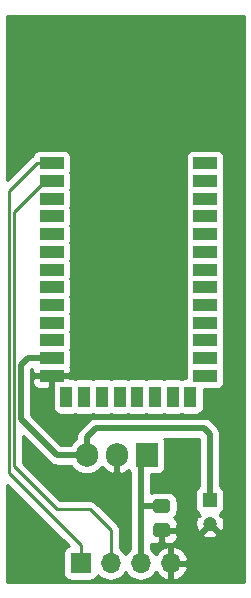
<source format=gbr>
G04 #@! TF.GenerationSoftware,KiCad,Pcbnew,(5.1.0)-1*
G04 #@! TF.CreationDate,2019-04-05T23:42:48+02:00*
G04 #@! TF.ProjectId,BT_module,42545f6d-6f64-4756-9c65-2e6b69636164,rev?*
G04 #@! TF.SameCoordinates,Original*
G04 #@! TF.FileFunction,Copper,L1,Top*
G04 #@! TF.FilePolarity,Positive*
%FSLAX46Y46*%
G04 Gerber Fmt 4.6, Leading zero omitted, Abs format (unit mm)*
G04 Created by KiCad (PCBNEW (5.1.0)-1) date 2019-04-05 23:42:48*
%MOMM*%
%LPD*%
G04 APERTURE LIST*
%ADD10C,0.100000*%
%ADD11C,1.150000*%
%ADD12R,1.200000X1.200000*%
%ADD13C,1.200000*%
%ADD14R,1.700000X1.700000*%
%ADD15O,1.700000X1.700000*%
%ADD16R,1.905000X2.000000*%
%ADD17O,1.905000X2.000000*%
%ADD18R,2.000000X1.000000*%
%ADD19R,1.000000X1.800000*%
%ADD20C,0.500000*%
%ADD21C,0.250000*%
%ADD22C,0.254000*%
G04 APERTURE END LIST*
D10*
G36*
X133570505Y-92372204D02*
G01*
X133594773Y-92375804D01*
X133618572Y-92381765D01*
X133641671Y-92390030D01*
X133663850Y-92400520D01*
X133684893Y-92413132D01*
X133704599Y-92427747D01*
X133722777Y-92444223D01*
X133739253Y-92462401D01*
X133753868Y-92482107D01*
X133766480Y-92503150D01*
X133776970Y-92525329D01*
X133785235Y-92548428D01*
X133791196Y-92572227D01*
X133794796Y-92596495D01*
X133796000Y-92620999D01*
X133796000Y-93271001D01*
X133794796Y-93295505D01*
X133791196Y-93319773D01*
X133785235Y-93343572D01*
X133776970Y-93366671D01*
X133766480Y-93388850D01*
X133753868Y-93409893D01*
X133739253Y-93429599D01*
X133722777Y-93447777D01*
X133704599Y-93464253D01*
X133684893Y-93478868D01*
X133663850Y-93491480D01*
X133641671Y-93501970D01*
X133618572Y-93510235D01*
X133594773Y-93516196D01*
X133570505Y-93519796D01*
X133546001Y-93521000D01*
X132645999Y-93521000D01*
X132621495Y-93519796D01*
X132597227Y-93516196D01*
X132573428Y-93510235D01*
X132550329Y-93501970D01*
X132528150Y-93491480D01*
X132507107Y-93478868D01*
X132487401Y-93464253D01*
X132469223Y-93447777D01*
X132452747Y-93429599D01*
X132438132Y-93409893D01*
X132425520Y-93388850D01*
X132415030Y-93366671D01*
X132406765Y-93343572D01*
X132400804Y-93319773D01*
X132397204Y-93295505D01*
X132396000Y-93271001D01*
X132396000Y-92620999D01*
X132397204Y-92596495D01*
X132400804Y-92572227D01*
X132406765Y-92548428D01*
X132415030Y-92525329D01*
X132425520Y-92503150D01*
X132438132Y-92482107D01*
X132452747Y-92462401D01*
X132469223Y-92444223D01*
X132487401Y-92427747D01*
X132507107Y-92413132D01*
X132528150Y-92400520D01*
X132550329Y-92390030D01*
X132573428Y-92381765D01*
X132597227Y-92375804D01*
X132621495Y-92372204D01*
X132645999Y-92371000D01*
X133546001Y-92371000D01*
X133570505Y-92372204D01*
X133570505Y-92372204D01*
G37*
D11*
X133096000Y-92946000D03*
D10*
G36*
X133570505Y-94422204D02*
G01*
X133594773Y-94425804D01*
X133618572Y-94431765D01*
X133641671Y-94440030D01*
X133663850Y-94450520D01*
X133684893Y-94463132D01*
X133704599Y-94477747D01*
X133722777Y-94494223D01*
X133739253Y-94512401D01*
X133753868Y-94532107D01*
X133766480Y-94553150D01*
X133776970Y-94575329D01*
X133785235Y-94598428D01*
X133791196Y-94622227D01*
X133794796Y-94646495D01*
X133796000Y-94670999D01*
X133796000Y-95321001D01*
X133794796Y-95345505D01*
X133791196Y-95369773D01*
X133785235Y-95393572D01*
X133776970Y-95416671D01*
X133766480Y-95438850D01*
X133753868Y-95459893D01*
X133739253Y-95479599D01*
X133722777Y-95497777D01*
X133704599Y-95514253D01*
X133684893Y-95528868D01*
X133663850Y-95541480D01*
X133641671Y-95551970D01*
X133618572Y-95560235D01*
X133594773Y-95566196D01*
X133570505Y-95569796D01*
X133546001Y-95571000D01*
X132645999Y-95571000D01*
X132621495Y-95569796D01*
X132597227Y-95566196D01*
X132573428Y-95560235D01*
X132550329Y-95551970D01*
X132528150Y-95541480D01*
X132507107Y-95528868D01*
X132487401Y-95514253D01*
X132469223Y-95497777D01*
X132452747Y-95479599D01*
X132438132Y-95459893D01*
X132425520Y-95438850D01*
X132415030Y-95416671D01*
X132406765Y-95393572D01*
X132400804Y-95369773D01*
X132397204Y-95345505D01*
X132396000Y-95321001D01*
X132396000Y-94670999D01*
X132397204Y-94646495D01*
X132400804Y-94622227D01*
X132406765Y-94598428D01*
X132415030Y-94575329D01*
X132425520Y-94553150D01*
X132438132Y-94532107D01*
X132452747Y-94512401D01*
X132469223Y-94494223D01*
X132487401Y-94477747D01*
X132507107Y-94463132D01*
X132528150Y-94450520D01*
X132550329Y-94440030D01*
X132573428Y-94431765D01*
X132597227Y-94425804D01*
X132621495Y-94422204D01*
X132645999Y-94421000D01*
X133546001Y-94421000D01*
X133570505Y-94422204D01*
X133570505Y-94422204D01*
G37*
D11*
X133096000Y-94996000D03*
D12*
X137160000Y-92456000D03*
D13*
X137160000Y-94456000D03*
D14*
X126238000Y-97790000D03*
D15*
X128778000Y-97790000D03*
X131318000Y-97790000D03*
X133858000Y-97790000D03*
D16*
X131826000Y-88646000D03*
D17*
X129286000Y-88646000D03*
X126746000Y-88646000D03*
D18*
X136774001Y-63940001D03*
X136774001Y-65440001D03*
X136774001Y-66940001D03*
X136774001Y-68440001D03*
X136774001Y-69940001D03*
X136774001Y-71440001D03*
X136774001Y-72940001D03*
X136774001Y-74440001D03*
X136774001Y-75940001D03*
X136774001Y-77440001D03*
X136774001Y-78940001D03*
X136774001Y-80440001D03*
X136774001Y-81940001D03*
X123774001Y-81940001D03*
X123774001Y-80440001D03*
X123774001Y-78940001D03*
X123774001Y-77440001D03*
X123774001Y-75940001D03*
X123774001Y-74440001D03*
X123774001Y-72940001D03*
X123774001Y-71440001D03*
X123774001Y-69940001D03*
X123774001Y-68440001D03*
X123774001Y-66940001D03*
X123774001Y-65440001D03*
X123774001Y-63940001D03*
D19*
X135524001Y-83690001D03*
X134024001Y-83690001D03*
X132524001Y-83690001D03*
X131024001Y-83690001D03*
X129524001Y-83690001D03*
X128024001Y-83690001D03*
X126524001Y-83690001D03*
X125024001Y-83690001D03*
D20*
X131318000Y-93980000D02*
X131318000Y-97790000D01*
X131826000Y-88646000D02*
X131318000Y-89154000D01*
X131336000Y-92946000D02*
X131318000Y-92964000D01*
X133096000Y-92946000D02*
X131336000Y-92946000D01*
X131318000Y-89154000D02*
X131318000Y-92964000D01*
X131318000Y-92964000D02*
X131318000Y-93980000D01*
X126746000Y-87122000D02*
X126746000Y-88646000D01*
X127508000Y-86360000D02*
X126746000Y-87122000D01*
X136652000Y-86360000D02*
X127508000Y-86360000D01*
X137160000Y-92456000D02*
X137160000Y-86868000D01*
X137160000Y-86868000D02*
X136652000Y-86360000D01*
X126746000Y-88646000D02*
X124206000Y-88646000D01*
X124206000Y-88646000D02*
X121158000Y-85598000D01*
X121158000Y-85598000D02*
X121158000Y-81026000D01*
X121743999Y-80440001D02*
X123774001Y-80440001D01*
X121158000Y-81026000D02*
X121743999Y-80440001D01*
D21*
X120132980Y-66331022D02*
X120132980Y-90160980D01*
X123774001Y-63940001D02*
X122524001Y-63940001D01*
X122524001Y-63940001D02*
X120132980Y-66331022D01*
X126238000Y-96266000D02*
X126238000Y-97790000D01*
X120132980Y-90160980D02*
X126238000Y-96266000D01*
X120582990Y-68046010D02*
X120582990Y-89594990D01*
X123774001Y-65440001D02*
X123188999Y-65440001D01*
X123188999Y-65440001D02*
X120582990Y-68046010D01*
X120582990Y-89594990D02*
X124206000Y-93218000D01*
X124206000Y-93218000D02*
X127000000Y-93218000D01*
X128778000Y-94996000D02*
X128778000Y-97790000D01*
X127000000Y-93218000D02*
X128778000Y-94996000D01*
D22*
G36*
X140056000Y-99416000D02*
G01*
X120040000Y-99416000D01*
X120040000Y-91142801D01*
X125223519Y-96326321D01*
X125143820Y-96350498D01*
X125033506Y-96409463D01*
X124936815Y-96488815D01*
X124857463Y-96585506D01*
X124798498Y-96695820D01*
X124762188Y-96815518D01*
X124749928Y-96940000D01*
X124749928Y-98640000D01*
X124762188Y-98764482D01*
X124798498Y-98884180D01*
X124857463Y-98994494D01*
X124936815Y-99091185D01*
X125033506Y-99170537D01*
X125143820Y-99229502D01*
X125263518Y-99265812D01*
X125388000Y-99278072D01*
X127088000Y-99278072D01*
X127212482Y-99265812D01*
X127332180Y-99229502D01*
X127442494Y-99170537D01*
X127539185Y-99091185D01*
X127618537Y-98994494D01*
X127677502Y-98884180D01*
X127698393Y-98815313D01*
X127722866Y-98845134D01*
X127948986Y-99030706D01*
X128206966Y-99168599D01*
X128486889Y-99253513D01*
X128705050Y-99275000D01*
X128850950Y-99275000D01*
X129069111Y-99253513D01*
X129349034Y-99168599D01*
X129607014Y-99030706D01*
X129833134Y-98845134D01*
X130018706Y-98619014D01*
X130048000Y-98564209D01*
X130077294Y-98619014D01*
X130262866Y-98845134D01*
X130488986Y-99030706D01*
X130746966Y-99168599D01*
X131026889Y-99253513D01*
X131245050Y-99275000D01*
X131390950Y-99275000D01*
X131609111Y-99253513D01*
X131889034Y-99168599D01*
X132147014Y-99030706D01*
X132373134Y-98845134D01*
X132558706Y-98619014D01*
X132593201Y-98554477D01*
X132662822Y-98671355D01*
X132857731Y-98887588D01*
X133091080Y-99061641D01*
X133353901Y-99186825D01*
X133501110Y-99231476D01*
X133731000Y-99110155D01*
X133731000Y-97917000D01*
X133985000Y-97917000D01*
X133985000Y-99110155D01*
X134214890Y-99231476D01*
X134362099Y-99186825D01*
X134624920Y-99061641D01*
X134858269Y-98887588D01*
X135053178Y-98671355D01*
X135202157Y-98421252D01*
X135299481Y-98146891D01*
X135178814Y-97917000D01*
X133985000Y-97917000D01*
X133731000Y-97917000D01*
X133711000Y-97917000D01*
X133711000Y-97663000D01*
X133731000Y-97663000D01*
X133731000Y-96469845D01*
X133985000Y-96469845D01*
X133985000Y-97663000D01*
X135178814Y-97663000D01*
X135299481Y-97433109D01*
X135202157Y-97158748D01*
X135053178Y-96908645D01*
X134858269Y-96692412D01*
X134624920Y-96518359D01*
X134362099Y-96393175D01*
X134214890Y-96348524D01*
X133985000Y-96469845D01*
X133731000Y-96469845D01*
X133501110Y-96348524D01*
X133353901Y-96393175D01*
X133091080Y-96518359D01*
X132857731Y-96692412D01*
X132662822Y-96908645D01*
X132593201Y-97025523D01*
X132558706Y-96960986D01*
X132373134Y-96734866D01*
X132203000Y-96595241D01*
X132203000Y-96176027D01*
X132271518Y-96196812D01*
X132396000Y-96209072D01*
X132810250Y-96206000D01*
X132969000Y-96047250D01*
X132969000Y-95123000D01*
X133223000Y-95123000D01*
X133223000Y-96047250D01*
X133381750Y-96206000D01*
X133796000Y-96209072D01*
X133920482Y-96196812D01*
X134040180Y-96160502D01*
X134150494Y-96101537D01*
X134247185Y-96022185D01*
X134326537Y-95925494D01*
X134385502Y-95815180D01*
X134421812Y-95695482D01*
X134434072Y-95571000D01*
X134431256Y-95305764D01*
X136489841Y-95305764D01*
X136537148Y-95529348D01*
X136758516Y-95630237D01*
X136995313Y-95686000D01*
X137238438Y-95694495D01*
X137478549Y-95655395D01*
X137706418Y-95570202D01*
X137782852Y-95529348D01*
X137830159Y-95305764D01*
X137160000Y-94635605D01*
X136489841Y-95305764D01*
X134431256Y-95305764D01*
X134431000Y-95281750D01*
X134272250Y-95123000D01*
X133223000Y-95123000D01*
X132969000Y-95123000D01*
X132949000Y-95123000D01*
X132949000Y-94869000D01*
X132969000Y-94869000D01*
X132969000Y-94849000D01*
X133223000Y-94849000D01*
X133223000Y-94869000D01*
X134272250Y-94869000D01*
X134431000Y-94710250D01*
X134434072Y-94421000D01*
X134421812Y-94296518D01*
X134385502Y-94176820D01*
X134326537Y-94066506D01*
X134247185Y-93969815D01*
X134167406Y-93904342D01*
X134173962Y-93898962D01*
X134284405Y-93764387D01*
X134366472Y-93610851D01*
X134417008Y-93444255D01*
X134434072Y-93271001D01*
X134434072Y-92620999D01*
X134417008Y-92447745D01*
X134366472Y-92281149D01*
X134284405Y-92127613D01*
X134173962Y-91993038D01*
X134039387Y-91882595D01*
X133885851Y-91800528D01*
X133719255Y-91749992D01*
X133546001Y-91732928D01*
X132645999Y-91732928D01*
X132472745Y-91749992D01*
X132306149Y-91800528D01*
X132203000Y-91855662D01*
X132203000Y-90284072D01*
X132778500Y-90284072D01*
X132902982Y-90271812D01*
X133022680Y-90235502D01*
X133132994Y-90176537D01*
X133229685Y-90097185D01*
X133309037Y-90000494D01*
X133368002Y-89890180D01*
X133404312Y-89770482D01*
X133416572Y-89646000D01*
X133416572Y-87646000D01*
X133404312Y-87521518D01*
X133368002Y-87401820D01*
X133309037Y-87291506D01*
X133270871Y-87245000D01*
X136275001Y-87245000D01*
X136275000Y-91288317D01*
X136205506Y-91325463D01*
X136108815Y-91404815D01*
X136029463Y-91501506D01*
X135970498Y-91611820D01*
X135934188Y-91731518D01*
X135921928Y-91856000D01*
X135921928Y-93056000D01*
X135934188Y-93180482D01*
X135970498Y-93300180D01*
X136029463Y-93410494D01*
X136108815Y-93507185D01*
X136205506Y-93586537D01*
X136251006Y-93610858D01*
X136193128Y-93668736D01*
X136310234Y-93785842D01*
X136086652Y-93833148D01*
X135985763Y-94054516D01*
X135930000Y-94291313D01*
X135921505Y-94534438D01*
X135960605Y-94774549D01*
X136045798Y-95002418D01*
X136086652Y-95078852D01*
X136310236Y-95126159D01*
X136980395Y-94456000D01*
X136966253Y-94441858D01*
X137145858Y-94262253D01*
X137160000Y-94276395D01*
X137174143Y-94262253D01*
X137353748Y-94441858D01*
X137339605Y-94456000D01*
X138009764Y-95126159D01*
X138233348Y-95078852D01*
X138334237Y-94857484D01*
X138390000Y-94620687D01*
X138398495Y-94377562D01*
X138359395Y-94137451D01*
X138274202Y-93909582D01*
X138233348Y-93833148D01*
X138009766Y-93785842D01*
X138126872Y-93668736D01*
X138068994Y-93610858D01*
X138114494Y-93586537D01*
X138211185Y-93507185D01*
X138290537Y-93410494D01*
X138349502Y-93300180D01*
X138385812Y-93180482D01*
X138398072Y-93056000D01*
X138398072Y-91856000D01*
X138385812Y-91731518D01*
X138349502Y-91611820D01*
X138290537Y-91501506D01*
X138211185Y-91404815D01*
X138114494Y-91325463D01*
X138045000Y-91288317D01*
X138045000Y-86911465D01*
X138049281Y-86867999D01*
X138045000Y-86824533D01*
X138045000Y-86824523D01*
X138032195Y-86694510D01*
X137981589Y-86527687D01*
X137899411Y-86373941D01*
X137788817Y-86239183D01*
X137755044Y-86211466D01*
X137308534Y-85764956D01*
X137280817Y-85731183D01*
X137146059Y-85620589D01*
X136992313Y-85538411D01*
X136825490Y-85487805D01*
X136695477Y-85475000D01*
X136695469Y-85475000D01*
X136652000Y-85470719D01*
X136608531Y-85475000D01*
X127551469Y-85475000D01*
X127508000Y-85470719D01*
X127464531Y-85475000D01*
X127464523Y-85475000D01*
X127334510Y-85487805D01*
X127167687Y-85538411D01*
X127056203Y-85598000D01*
X127013941Y-85620589D01*
X126912953Y-85703468D01*
X126912951Y-85703470D01*
X126879183Y-85731183D01*
X126851470Y-85764951D01*
X126150956Y-86465466D01*
X126117183Y-86493183D01*
X126006589Y-86627942D01*
X125924411Y-86781688D01*
X125873805Y-86948511D01*
X125861000Y-87078524D01*
X125861000Y-87078531D01*
X125856719Y-87122000D01*
X125861000Y-87165470D01*
X125861000Y-87271495D01*
X125859766Y-87272155D01*
X125618037Y-87470537D01*
X125419655Y-87712265D01*
X125393606Y-87761000D01*
X124572579Y-87761000D01*
X122043000Y-85231422D01*
X122043000Y-82440001D01*
X122135929Y-82440001D01*
X122148189Y-82564483D01*
X122184499Y-82684181D01*
X122243464Y-82794495D01*
X122322816Y-82891186D01*
X122419507Y-82970538D01*
X122529821Y-83029503D01*
X122649519Y-83065813D01*
X122774001Y-83078073D01*
X123488251Y-83075001D01*
X123647001Y-82916251D01*
X123647001Y-82790001D01*
X123885929Y-82790001D01*
X123885929Y-84590001D01*
X123898189Y-84714483D01*
X123934499Y-84834181D01*
X123993464Y-84944495D01*
X124072816Y-85041186D01*
X124169507Y-85120538D01*
X124279821Y-85179503D01*
X124399519Y-85215813D01*
X124524001Y-85228073D01*
X125524001Y-85228073D01*
X125648483Y-85215813D01*
X125768181Y-85179503D01*
X125774001Y-85176392D01*
X125779821Y-85179503D01*
X125899519Y-85215813D01*
X126024001Y-85228073D01*
X127024001Y-85228073D01*
X127148483Y-85215813D01*
X127268181Y-85179503D01*
X127274001Y-85176392D01*
X127279821Y-85179503D01*
X127399519Y-85215813D01*
X127524001Y-85228073D01*
X128524001Y-85228073D01*
X128648483Y-85215813D01*
X128768181Y-85179503D01*
X128774001Y-85176392D01*
X128779821Y-85179503D01*
X128899519Y-85215813D01*
X129024001Y-85228073D01*
X130024001Y-85228073D01*
X130148483Y-85215813D01*
X130268181Y-85179503D01*
X130274001Y-85176392D01*
X130279821Y-85179503D01*
X130399519Y-85215813D01*
X130524001Y-85228073D01*
X131524001Y-85228073D01*
X131648483Y-85215813D01*
X131768181Y-85179503D01*
X131774001Y-85176392D01*
X131779821Y-85179503D01*
X131899519Y-85215813D01*
X132024001Y-85228073D01*
X133024001Y-85228073D01*
X133148483Y-85215813D01*
X133268181Y-85179503D01*
X133274001Y-85176392D01*
X133279821Y-85179503D01*
X133399519Y-85215813D01*
X133524001Y-85228073D01*
X134524001Y-85228073D01*
X134648483Y-85215813D01*
X134768181Y-85179503D01*
X134774001Y-85176392D01*
X134779821Y-85179503D01*
X134899519Y-85215813D01*
X135024001Y-85228073D01*
X136024001Y-85228073D01*
X136148483Y-85215813D01*
X136268181Y-85179503D01*
X136378495Y-85120538D01*
X136475186Y-85041186D01*
X136554538Y-84944495D01*
X136613503Y-84834181D01*
X136649813Y-84714483D01*
X136662073Y-84590001D01*
X136662073Y-83078073D01*
X137774001Y-83078073D01*
X137898483Y-83065813D01*
X138018181Y-83029503D01*
X138128495Y-82970538D01*
X138225186Y-82891186D01*
X138304538Y-82794495D01*
X138363503Y-82684181D01*
X138399813Y-82564483D01*
X138412073Y-82440001D01*
X138412073Y-81440001D01*
X138399813Y-81315519D01*
X138363503Y-81195821D01*
X138360392Y-81190001D01*
X138363503Y-81184181D01*
X138399813Y-81064483D01*
X138412073Y-80940001D01*
X138412073Y-79940001D01*
X138399813Y-79815519D01*
X138363503Y-79695821D01*
X138360392Y-79690001D01*
X138363503Y-79684181D01*
X138399813Y-79564483D01*
X138412073Y-79440001D01*
X138412073Y-78440001D01*
X138399813Y-78315519D01*
X138363503Y-78195821D01*
X138360392Y-78190001D01*
X138363503Y-78184181D01*
X138399813Y-78064483D01*
X138412073Y-77940001D01*
X138412073Y-76940001D01*
X138399813Y-76815519D01*
X138363503Y-76695821D01*
X138360392Y-76690001D01*
X138363503Y-76684181D01*
X138399813Y-76564483D01*
X138412073Y-76440001D01*
X138412073Y-75440001D01*
X138399813Y-75315519D01*
X138363503Y-75195821D01*
X138360392Y-75190001D01*
X138363503Y-75184181D01*
X138399813Y-75064483D01*
X138412073Y-74940001D01*
X138412073Y-73940001D01*
X138399813Y-73815519D01*
X138363503Y-73695821D01*
X138360392Y-73690001D01*
X138363503Y-73684181D01*
X138399813Y-73564483D01*
X138412073Y-73440001D01*
X138412073Y-72440001D01*
X138399813Y-72315519D01*
X138363503Y-72195821D01*
X138360392Y-72190001D01*
X138363503Y-72184181D01*
X138399813Y-72064483D01*
X138412073Y-71940001D01*
X138412073Y-70940001D01*
X138399813Y-70815519D01*
X138363503Y-70695821D01*
X138360392Y-70690001D01*
X138363503Y-70684181D01*
X138399813Y-70564483D01*
X138412073Y-70440001D01*
X138412073Y-69440001D01*
X138399813Y-69315519D01*
X138363503Y-69195821D01*
X138360392Y-69190001D01*
X138363503Y-69184181D01*
X138399813Y-69064483D01*
X138412073Y-68940001D01*
X138412073Y-67940001D01*
X138399813Y-67815519D01*
X138363503Y-67695821D01*
X138360392Y-67690001D01*
X138363503Y-67684181D01*
X138399813Y-67564483D01*
X138412073Y-67440001D01*
X138412073Y-66440001D01*
X138399813Y-66315519D01*
X138363503Y-66195821D01*
X138360392Y-66190001D01*
X138363503Y-66184181D01*
X138399813Y-66064483D01*
X138412073Y-65940001D01*
X138412073Y-64940001D01*
X138399813Y-64815519D01*
X138363503Y-64695821D01*
X138360392Y-64690001D01*
X138363503Y-64684181D01*
X138399813Y-64564483D01*
X138412073Y-64440001D01*
X138412073Y-63440001D01*
X138399813Y-63315519D01*
X138363503Y-63195821D01*
X138304538Y-63085507D01*
X138225186Y-62988816D01*
X138128495Y-62909464D01*
X138018181Y-62850499D01*
X137898483Y-62814189D01*
X137774001Y-62801929D01*
X135774001Y-62801929D01*
X135649519Y-62814189D01*
X135529821Y-62850499D01*
X135419507Y-62909464D01*
X135322816Y-62988816D01*
X135243464Y-63085507D01*
X135184499Y-63195821D01*
X135148189Y-63315519D01*
X135135929Y-63440001D01*
X135135929Y-64440001D01*
X135148189Y-64564483D01*
X135184499Y-64684181D01*
X135187610Y-64690001D01*
X135184499Y-64695821D01*
X135148189Y-64815519D01*
X135135929Y-64940001D01*
X135135929Y-65940001D01*
X135148189Y-66064483D01*
X135184499Y-66184181D01*
X135187610Y-66190001D01*
X135184499Y-66195821D01*
X135148189Y-66315519D01*
X135135929Y-66440001D01*
X135135929Y-67440001D01*
X135148189Y-67564483D01*
X135184499Y-67684181D01*
X135187610Y-67690001D01*
X135184499Y-67695821D01*
X135148189Y-67815519D01*
X135135929Y-67940001D01*
X135135929Y-68940001D01*
X135148189Y-69064483D01*
X135184499Y-69184181D01*
X135187610Y-69190001D01*
X135184499Y-69195821D01*
X135148189Y-69315519D01*
X135135929Y-69440001D01*
X135135929Y-70440001D01*
X135148189Y-70564483D01*
X135184499Y-70684181D01*
X135187610Y-70690001D01*
X135184499Y-70695821D01*
X135148189Y-70815519D01*
X135135929Y-70940001D01*
X135135929Y-71940001D01*
X135148189Y-72064483D01*
X135184499Y-72184181D01*
X135187610Y-72190001D01*
X135184499Y-72195821D01*
X135148189Y-72315519D01*
X135135929Y-72440001D01*
X135135929Y-73440001D01*
X135148189Y-73564483D01*
X135184499Y-73684181D01*
X135187610Y-73690001D01*
X135184499Y-73695821D01*
X135148189Y-73815519D01*
X135135929Y-73940001D01*
X135135929Y-74940001D01*
X135148189Y-75064483D01*
X135184499Y-75184181D01*
X135187610Y-75190001D01*
X135184499Y-75195821D01*
X135148189Y-75315519D01*
X135135929Y-75440001D01*
X135135929Y-76440001D01*
X135148189Y-76564483D01*
X135184499Y-76684181D01*
X135187610Y-76690001D01*
X135184499Y-76695821D01*
X135148189Y-76815519D01*
X135135929Y-76940001D01*
X135135929Y-77940001D01*
X135148189Y-78064483D01*
X135184499Y-78184181D01*
X135187610Y-78190001D01*
X135184499Y-78195821D01*
X135148189Y-78315519D01*
X135135929Y-78440001D01*
X135135929Y-79440001D01*
X135148189Y-79564483D01*
X135184499Y-79684181D01*
X135187610Y-79690001D01*
X135184499Y-79695821D01*
X135148189Y-79815519D01*
X135135929Y-79940001D01*
X135135929Y-80940001D01*
X135148189Y-81064483D01*
X135184499Y-81184181D01*
X135187610Y-81190001D01*
X135184499Y-81195821D01*
X135148189Y-81315519D01*
X135135929Y-81440001D01*
X135135929Y-82151929D01*
X135024001Y-82151929D01*
X134899519Y-82164189D01*
X134779821Y-82200499D01*
X134774001Y-82203610D01*
X134768181Y-82200499D01*
X134648483Y-82164189D01*
X134524001Y-82151929D01*
X133524001Y-82151929D01*
X133399519Y-82164189D01*
X133279821Y-82200499D01*
X133274001Y-82203610D01*
X133268181Y-82200499D01*
X133148483Y-82164189D01*
X133024001Y-82151929D01*
X132024001Y-82151929D01*
X131899519Y-82164189D01*
X131779821Y-82200499D01*
X131774001Y-82203610D01*
X131768181Y-82200499D01*
X131648483Y-82164189D01*
X131524001Y-82151929D01*
X130524001Y-82151929D01*
X130399519Y-82164189D01*
X130279821Y-82200499D01*
X130274001Y-82203610D01*
X130268181Y-82200499D01*
X130148483Y-82164189D01*
X130024001Y-82151929D01*
X129024001Y-82151929D01*
X128899519Y-82164189D01*
X128779821Y-82200499D01*
X128774001Y-82203610D01*
X128768181Y-82200499D01*
X128648483Y-82164189D01*
X128524001Y-82151929D01*
X127524001Y-82151929D01*
X127399519Y-82164189D01*
X127279821Y-82200499D01*
X127274001Y-82203610D01*
X127268181Y-82200499D01*
X127148483Y-82164189D01*
X127024001Y-82151929D01*
X126024001Y-82151929D01*
X125899519Y-82164189D01*
X125779821Y-82200499D01*
X125774001Y-82203610D01*
X125768181Y-82200499D01*
X125648483Y-82164189D01*
X125524001Y-82151929D01*
X125335179Y-82151929D01*
X125250251Y-82067001D01*
X123901001Y-82067001D01*
X123901001Y-82656249D01*
X123898189Y-82665519D01*
X123885929Y-82790001D01*
X123647001Y-82790001D01*
X123647001Y-82067001D01*
X122297751Y-82067001D01*
X122139001Y-82225751D01*
X122135929Y-82440001D01*
X122043000Y-82440001D01*
X122043000Y-81392578D01*
X122110577Y-81325001D01*
X122147255Y-81325001D01*
X122135929Y-81440001D01*
X122139001Y-81654251D01*
X122297751Y-81813001D01*
X123647001Y-81813001D01*
X123647001Y-81793001D01*
X123901001Y-81793001D01*
X123901001Y-81813001D01*
X125250251Y-81813001D01*
X125409001Y-81654251D01*
X125412073Y-81440001D01*
X125399813Y-81315519D01*
X125363503Y-81195821D01*
X125360392Y-81190001D01*
X125363503Y-81184181D01*
X125399813Y-81064483D01*
X125412073Y-80940001D01*
X125412073Y-79940001D01*
X125399813Y-79815519D01*
X125363503Y-79695821D01*
X125360392Y-79690001D01*
X125363503Y-79684181D01*
X125399813Y-79564483D01*
X125412073Y-79440001D01*
X125412073Y-78440001D01*
X125399813Y-78315519D01*
X125363503Y-78195821D01*
X125360392Y-78190001D01*
X125363503Y-78184181D01*
X125399813Y-78064483D01*
X125412073Y-77940001D01*
X125412073Y-76940001D01*
X125399813Y-76815519D01*
X125363503Y-76695821D01*
X125360392Y-76690001D01*
X125363503Y-76684181D01*
X125399813Y-76564483D01*
X125412073Y-76440001D01*
X125412073Y-75440001D01*
X125399813Y-75315519D01*
X125363503Y-75195821D01*
X125360392Y-75190001D01*
X125363503Y-75184181D01*
X125399813Y-75064483D01*
X125412073Y-74940001D01*
X125412073Y-73940001D01*
X125399813Y-73815519D01*
X125363503Y-73695821D01*
X125360392Y-73690001D01*
X125363503Y-73684181D01*
X125399813Y-73564483D01*
X125412073Y-73440001D01*
X125412073Y-72440001D01*
X125399813Y-72315519D01*
X125363503Y-72195821D01*
X125360392Y-72190001D01*
X125363503Y-72184181D01*
X125399813Y-72064483D01*
X125412073Y-71940001D01*
X125412073Y-70940001D01*
X125399813Y-70815519D01*
X125363503Y-70695821D01*
X125360392Y-70690001D01*
X125363503Y-70684181D01*
X125399813Y-70564483D01*
X125412073Y-70440001D01*
X125412073Y-69440001D01*
X125399813Y-69315519D01*
X125363503Y-69195821D01*
X125360392Y-69190001D01*
X125363503Y-69184181D01*
X125399813Y-69064483D01*
X125412073Y-68940001D01*
X125412073Y-67940001D01*
X125399813Y-67815519D01*
X125363503Y-67695821D01*
X125360392Y-67690001D01*
X125363503Y-67684181D01*
X125399813Y-67564483D01*
X125412073Y-67440001D01*
X125412073Y-66440001D01*
X125399813Y-66315519D01*
X125363503Y-66195821D01*
X125360392Y-66190001D01*
X125363503Y-66184181D01*
X125399813Y-66064483D01*
X125412073Y-65940001D01*
X125412073Y-64940001D01*
X125399813Y-64815519D01*
X125363503Y-64695821D01*
X125360392Y-64690001D01*
X125363503Y-64684181D01*
X125399813Y-64564483D01*
X125412073Y-64440001D01*
X125412073Y-63440001D01*
X125399813Y-63315519D01*
X125363503Y-63195821D01*
X125304538Y-63085507D01*
X125225186Y-62988816D01*
X125128495Y-62909464D01*
X125018181Y-62850499D01*
X124898483Y-62814189D01*
X124774001Y-62801929D01*
X122774001Y-62801929D01*
X122649519Y-62814189D01*
X122529821Y-62850499D01*
X122419507Y-62909464D01*
X122322816Y-62988816D01*
X122243464Y-63085507D01*
X122184499Y-63195821D01*
X122161367Y-63272078D01*
X122099725Y-63305027D01*
X121984000Y-63400000D01*
X121960202Y-63428998D01*
X120040000Y-65349201D01*
X120040000Y-51460000D01*
X140056001Y-51460000D01*
X140056000Y-99416000D01*
X140056000Y-99416000D01*
G37*
X140056000Y-99416000D02*
X120040000Y-99416000D01*
X120040000Y-91142801D01*
X125223519Y-96326321D01*
X125143820Y-96350498D01*
X125033506Y-96409463D01*
X124936815Y-96488815D01*
X124857463Y-96585506D01*
X124798498Y-96695820D01*
X124762188Y-96815518D01*
X124749928Y-96940000D01*
X124749928Y-98640000D01*
X124762188Y-98764482D01*
X124798498Y-98884180D01*
X124857463Y-98994494D01*
X124936815Y-99091185D01*
X125033506Y-99170537D01*
X125143820Y-99229502D01*
X125263518Y-99265812D01*
X125388000Y-99278072D01*
X127088000Y-99278072D01*
X127212482Y-99265812D01*
X127332180Y-99229502D01*
X127442494Y-99170537D01*
X127539185Y-99091185D01*
X127618537Y-98994494D01*
X127677502Y-98884180D01*
X127698393Y-98815313D01*
X127722866Y-98845134D01*
X127948986Y-99030706D01*
X128206966Y-99168599D01*
X128486889Y-99253513D01*
X128705050Y-99275000D01*
X128850950Y-99275000D01*
X129069111Y-99253513D01*
X129349034Y-99168599D01*
X129607014Y-99030706D01*
X129833134Y-98845134D01*
X130018706Y-98619014D01*
X130048000Y-98564209D01*
X130077294Y-98619014D01*
X130262866Y-98845134D01*
X130488986Y-99030706D01*
X130746966Y-99168599D01*
X131026889Y-99253513D01*
X131245050Y-99275000D01*
X131390950Y-99275000D01*
X131609111Y-99253513D01*
X131889034Y-99168599D01*
X132147014Y-99030706D01*
X132373134Y-98845134D01*
X132558706Y-98619014D01*
X132593201Y-98554477D01*
X132662822Y-98671355D01*
X132857731Y-98887588D01*
X133091080Y-99061641D01*
X133353901Y-99186825D01*
X133501110Y-99231476D01*
X133731000Y-99110155D01*
X133731000Y-97917000D01*
X133985000Y-97917000D01*
X133985000Y-99110155D01*
X134214890Y-99231476D01*
X134362099Y-99186825D01*
X134624920Y-99061641D01*
X134858269Y-98887588D01*
X135053178Y-98671355D01*
X135202157Y-98421252D01*
X135299481Y-98146891D01*
X135178814Y-97917000D01*
X133985000Y-97917000D01*
X133731000Y-97917000D01*
X133711000Y-97917000D01*
X133711000Y-97663000D01*
X133731000Y-97663000D01*
X133731000Y-96469845D01*
X133985000Y-96469845D01*
X133985000Y-97663000D01*
X135178814Y-97663000D01*
X135299481Y-97433109D01*
X135202157Y-97158748D01*
X135053178Y-96908645D01*
X134858269Y-96692412D01*
X134624920Y-96518359D01*
X134362099Y-96393175D01*
X134214890Y-96348524D01*
X133985000Y-96469845D01*
X133731000Y-96469845D01*
X133501110Y-96348524D01*
X133353901Y-96393175D01*
X133091080Y-96518359D01*
X132857731Y-96692412D01*
X132662822Y-96908645D01*
X132593201Y-97025523D01*
X132558706Y-96960986D01*
X132373134Y-96734866D01*
X132203000Y-96595241D01*
X132203000Y-96176027D01*
X132271518Y-96196812D01*
X132396000Y-96209072D01*
X132810250Y-96206000D01*
X132969000Y-96047250D01*
X132969000Y-95123000D01*
X133223000Y-95123000D01*
X133223000Y-96047250D01*
X133381750Y-96206000D01*
X133796000Y-96209072D01*
X133920482Y-96196812D01*
X134040180Y-96160502D01*
X134150494Y-96101537D01*
X134247185Y-96022185D01*
X134326537Y-95925494D01*
X134385502Y-95815180D01*
X134421812Y-95695482D01*
X134434072Y-95571000D01*
X134431256Y-95305764D01*
X136489841Y-95305764D01*
X136537148Y-95529348D01*
X136758516Y-95630237D01*
X136995313Y-95686000D01*
X137238438Y-95694495D01*
X137478549Y-95655395D01*
X137706418Y-95570202D01*
X137782852Y-95529348D01*
X137830159Y-95305764D01*
X137160000Y-94635605D01*
X136489841Y-95305764D01*
X134431256Y-95305764D01*
X134431000Y-95281750D01*
X134272250Y-95123000D01*
X133223000Y-95123000D01*
X132969000Y-95123000D01*
X132949000Y-95123000D01*
X132949000Y-94869000D01*
X132969000Y-94869000D01*
X132969000Y-94849000D01*
X133223000Y-94849000D01*
X133223000Y-94869000D01*
X134272250Y-94869000D01*
X134431000Y-94710250D01*
X134434072Y-94421000D01*
X134421812Y-94296518D01*
X134385502Y-94176820D01*
X134326537Y-94066506D01*
X134247185Y-93969815D01*
X134167406Y-93904342D01*
X134173962Y-93898962D01*
X134284405Y-93764387D01*
X134366472Y-93610851D01*
X134417008Y-93444255D01*
X134434072Y-93271001D01*
X134434072Y-92620999D01*
X134417008Y-92447745D01*
X134366472Y-92281149D01*
X134284405Y-92127613D01*
X134173962Y-91993038D01*
X134039387Y-91882595D01*
X133885851Y-91800528D01*
X133719255Y-91749992D01*
X133546001Y-91732928D01*
X132645999Y-91732928D01*
X132472745Y-91749992D01*
X132306149Y-91800528D01*
X132203000Y-91855662D01*
X132203000Y-90284072D01*
X132778500Y-90284072D01*
X132902982Y-90271812D01*
X133022680Y-90235502D01*
X133132994Y-90176537D01*
X133229685Y-90097185D01*
X133309037Y-90000494D01*
X133368002Y-89890180D01*
X133404312Y-89770482D01*
X133416572Y-89646000D01*
X133416572Y-87646000D01*
X133404312Y-87521518D01*
X133368002Y-87401820D01*
X133309037Y-87291506D01*
X133270871Y-87245000D01*
X136275001Y-87245000D01*
X136275000Y-91288317D01*
X136205506Y-91325463D01*
X136108815Y-91404815D01*
X136029463Y-91501506D01*
X135970498Y-91611820D01*
X135934188Y-91731518D01*
X135921928Y-91856000D01*
X135921928Y-93056000D01*
X135934188Y-93180482D01*
X135970498Y-93300180D01*
X136029463Y-93410494D01*
X136108815Y-93507185D01*
X136205506Y-93586537D01*
X136251006Y-93610858D01*
X136193128Y-93668736D01*
X136310234Y-93785842D01*
X136086652Y-93833148D01*
X135985763Y-94054516D01*
X135930000Y-94291313D01*
X135921505Y-94534438D01*
X135960605Y-94774549D01*
X136045798Y-95002418D01*
X136086652Y-95078852D01*
X136310236Y-95126159D01*
X136980395Y-94456000D01*
X136966253Y-94441858D01*
X137145858Y-94262253D01*
X137160000Y-94276395D01*
X137174143Y-94262253D01*
X137353748Y-94441858D01*
X137339605Y-94456000D01*
X138009764Y-95126159D01*
X138233348Y-95078852D01*
X138334237Y-94857484D01*
X138390000Y-94620687D01*
X138398495Y-94377562D01*
X138359395Y-94137451D01*
X138274202Y-93909582D01*
X138233348Y-93833148D01*
X138009766Y-93785842D01*
X138126872Y-93668736D01*
X138068994Y-93610858D01*
X138114494Y-93586537D01*
X138211185Y-93507185D01*
X138290537Y-93410494D01*
X138349502Y-93300180D01*
X138385812Y-93180482D01*
X138398072Y-93056000D01*
X138398072Y-91856000D01*
X138385812Y-91731518D01*
X138349502Y-91611820D01*
X138290537Y-91501506D01*
X138211185Y-91404815D01*
X138114494Y-91325463D01*
X138045000Y-91288317D01*
X138045000Y-86911465D01*
X138049281Y-86867999D01*
X138045000Y-86824533D01*
X138045000Y-86824523D01*
X138032195Y-86694510D01*
X137981589Y-86527687D01*
X137899411Y-86373941D01*
X137788817Y-86239183D01*
X137755044Y-86211466D01*
X137308534Y-85764956D01*
X137280817Y-85731183D01*
X137146059Y-85620589D01*
X136992313Y-85538411D01*
X136825490Y-85487805D01*
X136695477Y-85475000D01*
X136695469Y-85475000D01*
X136652000Y-85470719D01*
X136608531Y-85475000D01*
X127551469Y-85475000D01*
X127508000Y-85470719D01*
X127464531Y-85475000D01*
X127464523Y-85475000D01*
X127334510Y-85487805D01*
X127167687Y-85538411D01*
X127056203Y-85598000D01*
X127013941Y-85620589D01*
X126912953Y-85703468D01*
X126912951Y-85703470D01*
X126879183Y-85731183D01*
X126851470Y-85764951D01*
X126150956Y-86465466D01*
X126117183Y-86493183D01*
X126006589Y-86627942D01*
X125924411Y-86781688D01*
X125873805Y-86948511D01*
X125861000Y-87078524D01*
X125861000Y-87078531D01*
X125856719Y-87122000D01*
X125861000Y-87165470D01*
X125861000Y-87271495D01*
X125859766Y-87272155D01*
X125618037Y-87470537D01*
X125419655Y-87712265D01*
X125393606Y-87761000D01*
X124572579Y-87761000D01*
X122043000Y-85231422D01*
X122043000Y-82440001D01*
X122135929Y-82440001D01*
X122148189Y-82564483D01*
X122184499Y-82684181D01*
X122243464Y-82794495D01*
X122322816Y-82891186D01*
X122419507Y-82970538D01*
X122529821Y-83029503D01*
X122649519Y-83065813D01*
X122774001Y-83078073D01*
X123488251Y-83075001D01*
X123647001Y-82916251D01*
X123647001Y-82790001D01*
X123885929Y-82790001D01*
X123885929Y-84590001D01*
X123898189Y-84714483D01*
X123934499Y-84834181D01*
X123993464Y-84944495D01*
X124072816Y-85041186D01*
X124169507Y-85120538D01*
X124279821Y-85179503D01*
X124399519Y-85215813D01*
X124524001Y-85228073D01*
X125524001Y-85228073D01*
X125648483Y-85215813D01*
X125768181Y-85179503D01*
X125774001Y-85176392D01*
X125779821Y-85179503D01*
X125899519Y-85215813D01*
X126024001Y-85228073D01*
X127024001Y-85228073D01*
X127148483Y-85215813D01*
X127268181Y-85179503D01*
X127274001Y-85176392D01*
X127279821Y-85179503D01*
X127399519Y-85215813D01*
X127524001Y-85228073D01*
X128524001Y-85228073D01*
X128648483Y-85215813D01*
X128768181Y-85179503D01*
X128774001Y-85176392D01*
X128779821Y-85179503D01*
X128899519Y-85215813D01*
X129024001Y-85228073D01*
X130024001Y-85228073D01*
X130148483Y-85215813D01*
X130268181Y-85179503D01*
X130274001Y-85176392D01*
X130279821Y-85179503D01*
X130399519Y-85215813D01*
X130524001Y-85228073D01*
X131524001Y-85228073D01*
X131648483Y-85215813D01*
X131768181Y-85179503D01*
X131774001Y-85176392D01*
X131779821Y-85179503D01*
X131899519Y-85215813D01*
X132024001Y-85228073D01*
X133024001Y-85228073D01*
X133148483Y-85215813D01*
X133268181Y-85179503D01*
X133274001Y-85176392D01*
X133279821Y-85179503D01*
X133399519Y-85215813D01*
X133524001Y-85228073D01*
X134524001Y-85228073D01*
X134648483Y-85215813D01*
X134768181Y-85179503D01*
X134774001Y-85176392D01*
X134779821Y-85179503D01*
X134899519Y-85215813D01*
X135024001Y-85228073D01*
X136024001Y-85228073D01*
X136148483Y-85215813D01*
X136268181Y-85179503D01*
X136378495Y-85120538D01*
X136475186Y-85041186D01*
X136554538Y-84944495D01*
X136613503Y-84834181D01*
X136649813Y-84714483D01*
X136662073Y-84590001D01*
X136662073Y-83078073D01*
X137774001Y-83078073D01*
X137898483Y-83065813D01*
X138018181Y-83029503D01*
X138128495Y-82970538D01*
X138225186Y-82891186D01*
X138304538Y-82794495D01*
X138363503Y-82684181D01*
X138399813Y-82564483D01*
X138412073Y-82440001D01*
X138412073Y-81440001D01*
X138399813Y-81315519D01*
X138363503Y-81195821D01*
X138360392Y-81190001D01*
X138363503Y-81184181D01*
X138399813Y-81064483D01*
X138412073Y-80940001D01*
X138412073Y-79940001D01*
X138399813Y-79815519D01*
X138363503Y-79695821D01*
X138360392Y-79690001D01*
X138363503Y-79684181D01*
X138399813Y-79564483D01*
X138412073Y-79440001D01*
X138412073Y-78440001D01*
X138399813Y-78315519D01*
X138363503Y-78195821D01*
X138360392Y-78190001D01*
X138363503Y-78184181D01*
X138399813Y-78064483D01*
X138412073Y-77940001D01*
X138412073Y-76940001D01*
X138399813Y-76815519D01*
X138363503Y-76695821D01*
X138360392Y-76690001D01*
X138363503Y-76684181D01*
X138399813Y-76564483D01*
X138412073Y-76440001D01*
X138412073Y-75440001D01*
X138399813Y-75315519D01*
X138363503Y-75195821D01*
X138360392Y-75190001D01*
X138363503Y-75184181D01*
X138399813Y-75064483D01*
X138412073Y-74940001D01*
X138412073Y-73940001D01*
X138399813Y-73815519D01*
X138363503Y-73695821D01*
X138360392Y-73690001D01*
X138363503Y-73684181D01*
X138399813Y-73564483D01*
X138412073Y-73440001D01*
X138412073Y-72440001D01*
X138399813Y-72315519D01*
X138363503Y-72195821D01*
X138360392Y-72190001D01*
X138363503Y-72184181D01*
X138399813Y-72064483D01*
X138412073Y-71940001D01*
X138412073Y-70940001D01*
X138399813Y-70815519D01*
X138363503Y-70695821D01*
X138360392Y-70690001D01*
X138363503Y-70684181D01*
X138399813Y-70564483D01*
X138412073Y-70440001D01*
X138412073Y-69440001D01*
X138399813Y-69315519D01*
X138363503Y-69195821D01*
X138360392Y-69190001D01*
X138363503Y-69184181D01*
X138399813Y-69064483D01*
X138412073Y-68940001D01*
X138412073Y-67940001D01*
X138399813Y-67815519D01*
X138363503Y-67695821D01*
X138360392Y-67690001D01*
X138363503Y-67684181D01*
X138399813Y-67564483D01*
X138412073Y-67440001D01*
X138412073Y-66440001D01*
X138399813Y-66315519D01*
X138363503Y-66195821D01*
X138360392Y-66190001D01*
X138363503Y-66184181D01*
X138399813Y-66064483D01*
X138412073Y-65940001D01*
X138412073Y-64940001D01*
X138399813Y-64815519D01*
X138363503Y-64695821D01*
X138360392Y-64690001D01*
X138363503Y-64684181D01*
X138399813Y-64564483D01*
X138412073Y-64440001D01*
X138412073Y-63440001D01*
X138399813Y-63315519D01*
X138363503Y-63195821D01*
X138304538Y-63085507D01*
X138225186Y-62988816D01*
X138128495Y-62909464D01*
X138018181Y-62850499D01*
X137898483Y-62814189D01*
X137774001Y-62801929D01*
X135774001Y-62801929D01*
X135649519Y-62814189D01*
X135529821Y-62850499D01*
X135419507Y-62909464D01*
X135322816Y-62988816D01*
X135243464Y-63085507D01*
X135184499Y-63195821D01*
X135148189Y-63315519D01*
X135135929Y-63440001D01*
X135135929Y-64440001D01*
X135148189Y-64564483D01*
X135184499Y-64684181D01*
X135187610Y-64690001D01*
X135184499Y-64695821D01*
X135148189Y-64815519D01*
X135135929Y-64940001D01*
X135135929Y-65940001D01*
X135148189Y-66064483D01*
X135184499Y-66184181D01*
X135187610Y-66190001D01*
X135184499Y-66195821D01*
X135148189Y-66315519D01*
X135135929Y-66440001D01*
X135135929Y-67440001D01*
X135148189Y-67564483D01*
X135184499Y-67684181D01*
X135187610Y-67690001D01*
X135184499Y-67695821D01*
X135148189Y-67815519D01*
X135135929Y-67940001D01*
X135135929Y-68940001D01*
X135148189Y-69064483D01*
X135184499Y-69184181D01*
X135187610Y-69190001D01*
X135184499Y-69195821D01*
X135148189Y-69315519D01*
X135135929Y-69440001D01*
X135135929Y-70440001D01*
X135148189Y-70564483D01*
X135184499Y-70684181D01*
X135187610Y-70690001D01*
X135184499Y-70695821D01*
X135148189Y-70815519D01*
X135135929Y-70940001D01*
X135135929Y-71940001D01*
X135148189Y-72064483D01*
X135184499Y-72184181D01*
X135187610Y-72190001D01*
X135184499Y-72195821D01*
X135148189Y-72315519D01*
X135135929Y-72440001D01*
X135135929Y-73440001D01*
X135148189Y-73564483D01*
X135184499Y-73684181D01*
X135187610Y-73690001D01*
X135184499Y-73695821D01*
X135148189Y-73815519D01*
X135135929Y-73940001D01*
X135135929Y-74940001D01*
X135148189Y-75064483D01*
X135184499Y-75184181D01*
X135187610Y-75190001D01*
X135184499Y-75195821D01*
X135148189Y-75315519D01*
X135135929Y-75440001D01*
X135135929Y-76440001D01*
X135148189Y-76564483D01*
X135184499Y-76684181D01*
X135187610Y-76690001D01*
X135184499Y-76695821D01*
X135148189Y-76815519D01*
X135135929Y-76940001D01*
X135135929Y-77940001D01*
X135148189Y-78064483D01*
X135184499Y-78184181D01*
X135187610Y-78190001D01*
X135184499Y-78195821D01*
X135148189Y-78315519D01*
X135135929Y-78440001D01*
X135135929Y-79440001D01*
X135148189Y-79564483D01*
X135184499Y-79684181D01*
X135187610Y-79690001D01*
X135184499Y-79695821D01*
X135148189Y-79815519D01*
X135135929Y-79940001D01*
X135135929Y-80940001D01*
X135148189Y-81064483D01*
X135184499Y-81184181D01*
X135187610Y-81190001D01*
X135184499Y-81195821D01*
X135148189Y-81315519D01*
X135135929Y-81440001D01*
X135135929Y-82151929D01*
X135024001Y-82151929D01*
X134899519Y-82164189D01*
X134779821Y-82200499D01*
X134774001Y-82203610D01*
X134768181Y-82200499D01*
X134648483Y-82164189D01*
X134524001Y-82151929D01*
X133524001Y-82151929D01*
X133399519Y-82164189D01*
X133279821Y-82200499D01*
X133274001Y-82203610D01*
X133268181Y-82200499D01*
X133148483Y-82164189D01*
X133024001Y-82151929D01*
X132024001Y-82151929D01*
X131899519Y-82164189D01*
X131779821Y-82200499D01*
X131774001Y-82203610D01*
X131768181Y-82200499D01*
X131648483Y-82164189D01*
X131524001Y-82151929D01*
X130524001Y-82151929D01*
X130399519Y-82164189D01*
X130279821Y-82200499D01*
X130274001Y-82203610D01*
X130268181Y-82200499D01*
X130148483Y-82164189D01*
X130024001Y-82151929D01*
X129024001Y-82151929D01*
X128899519Y-82164189D01*
X128779821Y-82200499D01*
X128774001Y-82203610D01*
X128768181Y-82200499D01*
X128648483Y-82164189D01*
X128524001Y-82151929D01*
X127524001Y-82151929D01*
X127399519Y-82164189D01*
X127279821Y-82200499D01*
X127274001Y-82203610D01*
X127268181Y-82200499D01*
X127148483Y-82164189D01*
X127024001Y-82151929D01*
X126024001Y-82151929D01*
X125899519Y-82164189D01*
X125779821Y-82200499D01*
X125774001Y-82203610D01*
X125768181Y-82200499D01*
X125648483Y-82164189D01*
X125524001Y-82151929D01*
X125335179Y-82151929D01*
X125250251Y-82067001D01*
X123901001Y-82067001D01*
X123901001Y-82656249D01*
X123898189Y-82665519D01*
X123885929Y-82790001D01*
X123647001Y-82790001D01*
X123647001Y-82067001D01*
X122297751Y-82067001D01*
X122139001Y-82225751D01*
X122135929Y-82440001D01*
X122043000Y-82440001D01*
X122043000Y-81392578D01*
X122110577Y-81325001D01*
X122147255Y-81325001D01*
X122135929Y-81440001D01*
X122139001Y-81654251D01*
X122297751Y-81813001D01*
X123647001Y-81813001D01*
X123647001Y-81793001D01*
X123901001Y-81793001D01*
X123901001Y-81813001D01*
X125250251Y-81813001D01*
X125409001Y-81654251D01*
X125412073Y-81440001D01*
X125399813Y-81315519D01*
X125363503Y-81195821D01*
X125360392Y-81190001D01*
X125363503Y-81184181D01*
X125399813Y-81064483D01*
X125412073Y-80940001D01*
X125412073Y-79940001D01*
X125399813Y-79815519D01*
X125363503Y-79695821D01*
X125360392Y-79690001D01*
X125363503Y-79684181D01*
X125399813Y-79564483D01*
X125412073Y-79440001D01*
X125412073Y-78440001D01*
X125399813Y-78315519D01*
X125363503Y-78195821D01*
X125360392Y-78190001D01*
X125363503Y-78184181D01*
X125399813Y-78064483D01*
X125412073Y-77940001D01*
X125412073Y-76940001D01*
X125399813Y-76815519D01*
X125363503Y-76695821D01*
X125360392Y-76690001D01*
X125363503Y-76684181D01*
X125399813Y-76564483D01*
X125412073Y-76440001D01*
X125412073Y-75440001D01*
X125399813Y-75315519D01*
X125363503Y-75195821D01*
X125360392Y-75190001D01*
X125363503Y-75184181D01*
X125399813Y-75064483D01*
X125412073Y-74940001D01*
X125412073Y-73940001D01*
X125399813Y-73815519D01*
X125363503Y-73695821D01*
X125360392Y-73690001D01*
X125363503Y-73684181D01*
X125399813Y-73564483D01*
X125412073Y-73440001D01*
X125412073Y-72440001D01*
X125399813Y-72315519D01*
X125363503Y-72195821D01*
X125360392Y-72190001D01*
X125363503Y-72184181D01*
X125399813Y-72064483D01*
X125412073Y-71940001D01*
X125412073Y-70940001D01*
X125399813Y-70815519D01*
X125363503Y-70695821D01*
X125360392Y-70690001D01*
X125363503Y-70684181D01*
X125399813Y-70564483D01*
X125412073Y-70440001D01*
X125412073Y-69440001D01*
X125399813Y-69315519D01*
X125363503Y-69195821D01*
X125360392Y-69190001D01*
X125363503Y-69184181D01*
X125399813Y-69064483D01*
X125412073Y-68940001D01*
X125412073Y-67940001D01*
X125399813Y-67815519D01*
X125363503Y-67695821D01*
X125360392Y-67690001D01*
X125363503Y-67684181D01*
X125399813Y-67564483D01*
X125412073Y-67440001D01*
X125412073Y-66440001D01*
X125399813Y-66315519D01*
X125363503Y-66195821D01*
X125360392Y-66190001D01*
X125363503Y-66184181D01*
X125399813Y-66064483D01*
X125412073Y-65940001D01*
X125412073Y-64940001D01*
X125399813Y-64815519D01*
X125363503Y-64695821D01*
X125360392Y-64690001D01*
X125363503Y-64684181D01*
X125399813Y-64564483D01*
X125412073Y-64440001D01*
X125412073Y-63440001D01*
X125399813Y-63315519D01*
X125363503Y-63195821D01*
X125304538Y-63085507D01*
X125225186Y-62988816D01*
X125128495Y-62909464D01*
X125018181Y-62850499D01*
X124898483Y-62814189D01*
X124774001Y-62801929D01*
X122774001Y-62801929D01*
X122649519Y-62814189D01*
X122529821Y-62850499D01*
X122419507Y-62909464D01*
X122322816Y-62988816D01*
X122243464Y-63085507D01*
X122184499Y-63195821D01*
X122161367Y-63272078D01*
X122099725Y-63305027D01*
X121984000Y-63400000D01*
X121960202Y-63428998D01*
X120040000Y-65349201D01*
X120040000Y-51460000D01*
X140056001Y-51460000D01*
X140056000Y-99416000D01*
G36*
X123549470Y-89241049D02*
G01*
X123577183Y-89274817D01*
X123610951Y-89302530D01*
X123610953Y-89302532D01*
X123641365Y-89327490D01*
X123711941Y-89385411D01*
X123865687Y-89467589D01*
X123953783Y-89494313D01*
X124032509Y-89518195D01*
X124047306Y-89519652D01*
X124162523Y-89531000D01*
X124162531Y-89531000D01*
X124206000Y-89535281D01*
X124249469Y-89531000D01*
X125393606Y-89531000D01*
X125419655Y-89579734D01*
X125618037Y-89821463D01*
X125859765Y-90019845D01*
X126135551Y-90167255D01*
X126434796Y-90258030D01*
X126746000Y-90288681D01*
X127057203Y-90258030D01*
X127356448Y-90167255D01*
X127632234Y-90019845D01*
X127873963Y-89821463D01*
X128021163Y-89642101D01*
X128176563Y-89827315D01*
X128419077Y-90021969D01*
X128694906Y-90165571D01*
X128913020Y-90236563D01*
X129159000Y-90116594D01*
X129159000Y-88773000D01*
X129139000Y-88773000D01*
X129139000Y-88519000D01*
X129159000Y-88519000D01*
X129159000Y-88499000D01*
X129413000Y-88499000D01*
X129413000Y-88519000D01*
X129433000Y-88519000D01*
X129433000Y-88773000D01*
X129413000Y-88773000D01*
X129413000Y-90116594D01*
X129658980Y-90236563D01*
X129877094Y-90165571D01*
X130152923Y-90021969D01*
X130293941Y-89908781D01*
X130342963Y-90000494D01*
X130422315Y-90097185D01*
X130433000Y-90105954D01*
X130433001Y-92920514D01*
X130433000Y-92920524D01*
X130433000Y-92920531D01*
X130428719Y-92964000D01*
X130433000Y-93007470D01*
X130433001Y-93936515D01*
X130433000Y-93936524D01*
X130433001Y-96595240D01*
X130262866Y-96734866D01*
X130077294Y-96960986D01*
X130048000Y-97015791D01*
X130018706Y-96960986D01*
X129833134Y-96734866D01*
X129607014Y-96549294D01*
X129538000Y-96512405D01*
X129538000Y-95033325D01*
X129541676Y-94996000D01*
X129538000Y-94958675D01*
X129538000Y-94958667D01*
X129527003Y-94847014D01*
X129483546Y-94703753D01*
X129412974Y-94571724D01*
X129318001Y-94455999D01*
X129289004Y-94432202D01*
X127563804Y-92707003D01*
X127540001Y-92677999D01*
X127424276Y-92583026D01*
X127292247Y-92512454D01*
X127148986Y-92468997D01*
X127037333Y-92458000D01*
X127037322Y-92458000D01*
X127000000Y-92454324D01*
X126962678Y-92458000D01*
X124520802Y-92458000D01*
X121342990Y-89280189D01*
X121342990Y-87034568D01*
X123549470Y-89241049D01*
X123549470Y-89241049D01*
G37*
X123549470Y-89241049D02*
X123577183Y-89274817D01*
X123610951Y-89302530D01*
X123610953Y-89302532D01*
X123641365Y-89327490D01*
X123711941Y-89385411D01*
X123865687Y-89467589D01*
X123953783Y-89494313D01*
X124032509Y-89518195D01*
X124047306Y-89519652D01*
X124162523Y-89531000D01*
X124162531Y-89531000D01*
X124206000Y-89535281D01*
X124249469Y-89531000D01*
X125393606Y-89531000D01*
X125419655Y-89579734D01*
X125618037Y-89821463D01*
X125859765Y-90019845D01*
X126135551Y-90167255D01*
X126434796Y-90258030D01*
X126746000Y-90288681D01*
X127057203Y-90258030D01*
X127356448Y-90167255D01*
X127632234Y-90019845D01*
X127873963Y-89821463D01*
X128021163Y-89642101D01*
X128176563Y-89827315D01*
X128419077Y-90021969D01*
X128694906Y-90165571D01*
X128913020Y-90236563D01*
X129159000Y-90116594D01*
X129159000Y-88773000D01*
X129139000Y-88773000D01*
X129139000Y-88519000D01*
X129159000Y-88519000D01*
X129159000Y-88499000D01*
X129413000Y-88499000D01*
X129413000Y-88519000D01*
X129433000Y-88519000D01*
X129433000Y-88773000D01*
X129413000Y-88773000D01*
X129413000Y-90116594D01*
X129658980Y-90236563D01*
X129877094Y-90165571D01*
X130152923Y-90021969D01*
X130293941Y-89908781D01*
X130342963Y-90000494D01*
X130422315Y-90097185D01*
X130433000Y-90105954D01*
X130433001Y-92920514D01*
X130433000Y-92920524D01*
X130433000Y-92920531D01*
X130428719Y-92964000D01*
X130433000Y-93007470D01*
X130433001Y-93936515D01*
X130433000Y-93936524D01*
X130433001Y-96595240D01*
X130262866Y-96734866D01*
X130077294Y-96960986D01*
X130048000Y-97015791D01*
X130018706Y-96960986D01*
X129833134Y-96734866D01*
X129607014Y-96549294D01*
X129538000Y-96512405D01*
X129538000Y-95033325D01*
X129541676Y-94996000D01*
X129538000Y-94958675D01*
X129538000Y-94958667D01*
X129527003Y-94847014D01*
X129483546Y-94703753D01*
X129412974Y-94571724D01*
X129318001Y-94455999D01*
X129289004Y-94432202D01*
X127563804Y-92707003D01*
X127540001Y-92677999D01*
X127424276Y-92583026D01*
X127292247Y-92512454D01*
X127148986Y-92468997D01*
X127037333Y-92458000D01*
X127037322Y-92458000D01*
X127000000Y-92454324D01*
X126962678Y-92458000D01*
X124520802Y-92458000D01*
X121342990Y-89280189D01*
X121342990Y-87034568D01*
X123549470Y-89241049D01*
M02*

</source>
